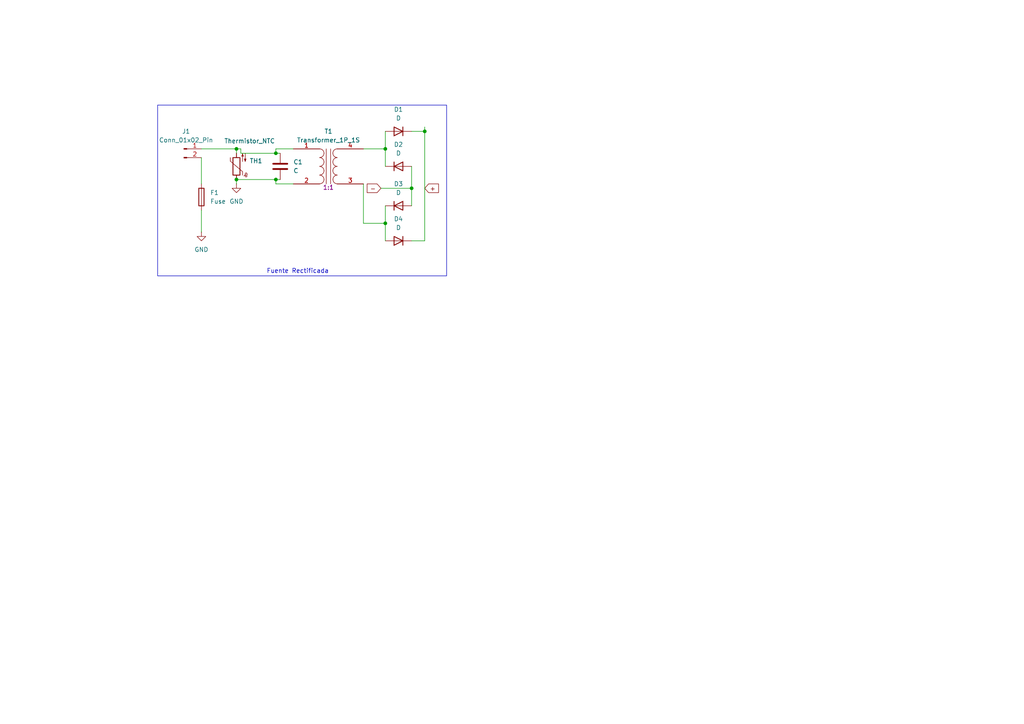
<source format=kicad_sch>
(kicad_sch (version 20231120) (generator "eeschema") (generator_version "8.0")
  (paper "A4")
  (lib_symbols
    (symbol "Connector:Conn_01x02_Pin" (pin_names (offset 1.016) hide)
      (property "Reference" "J" (at 0 2.54 0))
      (property "Value" "Conn_01x02_Pin" (at 0 -5.08 0))
      (symbol "Conn_01x02_Pin_1_1"
        (polyline (pts (xy 1.27 -2.54) (xy 0.8636 -2.54)) (stroke (width 0.1524)))
        (polyline (pts (xy 1.27 0) (xy 0.8636 0)) (stroke (width 0.1524)))
        (rectangle (start 0.8636 -2.413) (end 0 -2.667) (stroke (width 0.1524)) (fill (type outline)))
        (rectangle (start 0.8636 0.127) (end 0 -0.127) (stroke (width 0.1524)) (fill (type outline)))
        (pin passive line (at 5.08 0 180) (length 3.81) (name "Pin_1") (number "1"))
        (pin passive line (at 5.08 -2.54 180) (length 3.81) (name "Pin_2") (number "2"))
      )
    )
    (symbol "Device:C" (pin_numbers hide) (pin_names (offset 0.254))
      (property "Reference" "C" (at 0.635 2.54 0))
      (property "Value" "C" (at 0.635 -2.54 0))
      (symbol "C_0_1"
        (polyline (pts (xy -2.032 -0.762) (xy 2.032 -0.762)) (stroke (width 0.508)))
        (polyline (pts (xy -2.032 0.762) (xy 2.032 0.762)) (stroke (width 0.508)))
      )
      (symbol "C_1_1"
        (pin passive line (at 0 3.81 270) (length 2.794) (name "~") (number "1"))
        (pin passive line (at 0 -3.81 90) (length 2.794) (name "~") (number "2"))
      )
    )
    (symbol "Device:D" (pin_numbers hide) (pin_names (offset 1.016) hide)
      (property "Reference" "D" (at 0 2.54 0))
      (property "Value" "D" (at 0 -2.54 0))
      (symbol "D_0_1"
        (polyline (pts (xy -1.27 1.27) (xy -1.27 -1.27)) (stroke (width 0.254)))
        (polyline (pts (xy 1.27 0) (xy -1.27 0)))
        (polyline (pts (xy 1.27 1.27) (xy 1.27 -1.27) (xy -1.27 0) (xy 1.27 1.27)) (stroke (width 0.254)))
      )
      (symbol "D_1_1"
        (pin passive line (at -3.81 0 0) (length 2.54) (name "K") (number "1"))
        (pin passive line (at 3.81 0 180) (length 2.54) (name "A") (number "2"))
      )
    )
    (symbol "Device:Fuse" (pin_numbers hide) (pin_names (offset 0))
      (property "Reference" "F" (at 2.032 0 90))
      (property "Value" "Fuse" (at -1.905 0 90))
      (symbol "Fuse_0_1"
        (rectangle (start -0.762 -2.54) (end 0.762 2.54) (stroke (width 0.254)))
        (polyline (pts (xy 0 2.54) (xy 0 -2.54)))
      )
      (symbol "Fuse_1_1"
        (pin passive line (at 0 3.81 270) (length 1.27) (name "~") (number "1"))
        (pin passive line (at 0 -3.81 90) (length 1.27) (name "~") (number "2"))
      )
    )
    (symbol "Device:Thermistor_NTC" (pin_numbers hide) (pin_names (offset 0))
      (property "Reference" "TH" (at -4.445 0 90))
      (property "Value" "Thermistor_NTC" (at 3.175 0 90))
      (symbol "Thermistor_NTC_0_1"
        (arc (start -3.048 2.159) (mid -3.0495 2.3143) (end -3.175 2.413))
        (arc (start -3.048 2.159) (mid -2.9736 1.9794) (end -2.794 1.905))
        (arc (start -3.048 2.794) (mid -2.9736 2.6144) (end -2.794 2.54))
        (arc (start -2.794 1.905) (mid -2.6144 1.9794) (end -2.54 2.159))
        (arc (start -2.794 2.54) (mid -2.4393 2.5587) (end -2.159 2.794))
        (arc (start -2.794 3.048) (mid -2.9736 2.9736) (end -3.048 2.794))
        (arc (start -2.54 2.794) (mid -2.6144 2.9736) (end -2.794 3.048))
        (rectangle (start -1.016 2.54) (end 1.016 -2.54) (stroke (width 0.254)))
        (polyline (pts (xy -2.54 2.159) (xy -2.54 2.794)))
        (polyline (pts (xy -1.778 2.54) (xy -1.778 1.524) (xy 1.778 -1.524) (xy 1.778 -2.54)))
        (polyline (pts (xy -2.54 -3.683) (xy -2.54 -1.397) (xy -2.794 -2.159) (xy -2.286 -2.159) (xy -2.54 -1.397) (xy -2.54 -1.651)) (fill (type outline)))
        (polyline (pts (xy -1.778 -1.397) (xy -1.778 -3.683) (xy -2.032 -2.921) (xy -1.524 -2.921) (xy -1.778 -3.683) (xy -1.778 -3.429)) (fill (type outline)))
      )
      (symbol "Thermistor_NTC_1_1"
        (pin passive line (at 0 3.81 270) (length 1.27) (name "~") (number "1"))
        (pin passive line (at 0 -3.81 90) (length 1.27) (name "~") (number "2"))
      )
    )
    (symbol "Device:Transformer_1P_1S" (pin_names (offset 1.016) hide)
      (property "Reference" "T" (at 0 6.35 0))
      (property "Value" "Transformer_1P_1S" (at 0 -7.62 0))
      (symbol "Transformer_1P_1S_0_1"
        (arc (start -2.54 -5.0546) (mid -1.6599 -4.6901) (end -1.27 -3.81))
        (arc (start -2.54 -2.5146) (mid -1.6599 -2.1501) (end -1.27 -1.27))
        (arc (start -2.54 0.0254) (mid -1.6599 0.3899) (end -1.27 1.27))
        (arc (start -2.54 2.5654) (mid -1.6599 2.9299) (end -1.27 3.81))
        (arc (start -1.27 -3.81) (mid -1.642 -2.912) (end -2.54 -2.54))
        (arc (start -1.27 -1.27) (mid -1.642 -0.372) (end -2.54 0))
        (arc (start -1.27 1.27) (mid -1.642 2.168) (end -2.54 2.54))
        (arc (start -1.27 3.81) (mid -1.642 4.708) (end -2.54 5.08))
        (polyline (pts (xy -0.635 5.08) (xy -0.635 -5.08)))
        (polyline (pts (xy 0.635 -5.08) (xy 0.635 5.08)))
        (arc (start 1.2954 -1.27) (mid 1.6599 -2.1501) (end 2.54 -2.5146))
        (arc (start 1.2954 1.27) (mid 1.6599 0.3899) (end 2.54 0.0254))
        (arc (start 1.2954 3.81) (mid 1.6599 2.9299) (end 2.54 2.5654))
        (arc (start 1.3208 -3.81) (mid 1.6853 -4.6901) (end 2.5654 -5.0546))
        (arc (start 2.54 0) (mid 1.642 -0.372) (end 1.2954 -1.27))
        (arc (start 2.54 2.54) (mid 1.642 2.168) (end 1.2954 1.27))
        (arc (start 2.54 5.08) (mid 1.642 4.708) (end 1.2954 3.81))
        (arc (start 2.5654 -2.54) (mid 1.6674 -2.912) (end 1.3208 -3.81))
      )
      (symbol "Transformer_1P_1S_1_1"
        (pin passive line (at -10.16 5.08 0) (length 7.62) (name "AA") (number "1"))
        (pin passive line (at -10.16 -5.08 0) (length 7.62) (name "AB") (number "2"))
        (pin passive line (at 10.16 -5.08 180) (length 7.62) (name "SA") (number "3"))
        (pin passive line (at 10.16 5.08 180) (length 7.62) (name "SB") (number "4"))
      )
    )
    (symbol "power:GND" (power) (pin_numbers hide) (pin_names (offset 0) hide)
      (property "Value" "GND" (at 0 -3.81 0))
      (symbol "GND_0_1"
        (polyline (pts (xy 0 0) (xy 0 -1.27) (xy 1.27 -1.27) (xy 0 -2.54) (xy -1.27 -1.27) (xy 0 -1.27)))
      )
      (symbol "GND_1_1"
        (pin power_in line (at 0 0 270) (length 0) (name "~") (number "1"))
      )
    )
  )
  (junction (at 68.58 43.18))
  (junction (at 111.76 43.18))
  (junction (at 80.01 44.45))
  (junction (at 119.38 54.61))
  (junction (at 80.01 52.07))
  (junction (at 111.76 64.77))
  (junction (at 123.19 38.1))
  (junction (at 68.58 52.07))
  (wire (pts (xy 85.09 43.18) (xy 80.01 43.18)))
  (wire (pts (xy 111.76 48.26) (xy 111.76 43.18)))
  (wire (pts (xy 85.09 53.34) (xy 80.01 53.34)))
  (wire (pts (xy 123.19 38.1) (xy 119.38 38.1)))
  (wire (pts (xy 80.01 43.18) (xy 80.01 44.45)))
  (wire (pts (xy 119.38 48.26) (xy 119.38 54.61)))
  (wire (pts (xy 105.41 43.18) (xy 111.76 43.18)))
  (wire (pts (xy 69.85 44.45) (xy 69.85 43.18)))
  (wire (pts (xy 68.58 43.18) (xy 68.58 44.45)))
  (wire (pts (xy 58.42 43.18) (xy 68.58 43.18)))
  (wire (pts (xy 69.85 43.18) (xy 68.58 43.18)))
  (wire (pts (xy 58.42 45.72) (xy 58.42 53.34)))
  (wire (pts (xy 111.76 59.69) (xy 111.76 64.77)))
  (wire (pts (xy 119.38 54.61) (xy 119.38 59.69)))
  (wire (pts (xy 80.01 53.34) (xy 80.01 52.07)))
  (wire (pts (xy 68.58 52.07) (xy 80.01 52.07)))
  (wire (pts (xy 119.38 69.85) (xy 123.19 69.85)))
  (wire (pts (xy 80.01 52.07) (xy 81.28 52.07)))
  (wire (pts (xy 105.41 64.77) (xy 111.76 64.77)))
  (wire (pts (xy 69.85 44.45) (xy 80.01 44.45)))
  (wire (pts (xy 123.19 36.83) (xy 123.19 38.1)))
  (wire (pts (xy 110.49 54.61) (xy 119.38 54.61)))
  (wire (pts (xy 123.19 69.85) (xy 123.19 38.1)))
  (wire (pts (xy 68.58 52.07) (xy 68.58 53.34)))
  (wire (pts (xy 80.01 44.45) (xy 81.28 44.45)))
  (wire (pts (xy 58.42 60.96) (xy 58.42 67.31)))
  (wire (pts (xy 111.76 64.77) (xy 111.76 69.85)))
  (wire (pts (xy 111.76 43.18) (xy 111.76 38.1)))
  (wire (pts (xy 105.41 53.34) (xy 105.41 64.77)))
  (rectangle (start 45.72 30.48) (end 129.54 80.01))
  (text "Fuente Rectificada" (at 86.36 78.74 0) (effects (font (size 1.27 1.27))))
  (global_label "-" (shape input) (at 110.49 54.61 180) (property "Intersheetrefs" "${INTERSHEET_REFS}" (effects (hide yes))))
  (global_label "+" (shape input) (at 123.19 54.61 0) (property "Intersheetrefs" "${INTERSHEET_REFS}" (effects (hide yes))))
  (symbol (lib_id "Device:C") (at 81.28 48.26 0) (unit 1)
    (property "Reference" "C1" (at 85.09 46.9899 0) (effects (justify left)))
    (property "Value" "C" (at 85.09 49.5299 0) (effects (justify left)))
    (property "Description" "Unpolarized capacitor" (effects (hide yes)))
  )
  (symbol (lib_id "Device:Fuse") (at 58.42 57.15 0) (unit 1)
    (property "Reference" "F1" (at 60.96 55.8799 0) (effects (justify left)))
    (property "Value" "Fuse" (at 60.96 58.4199 0) (effects (justify left)))
    (property "Description" "Fuse" (effects (hide yes)))
  )
  (symbol (lib_id "Device:D") (at 115.57 69.85 180) (unit 1)
    (property "Reference" "D4" (at 115.57 63.5 0))
    (property "Value" "D" (at 115.57 66.04 0))
    (property "Description" "Diode" (effects (hide yes)))
    (property "Sim.Device" "D" (effects (hide yes)))
    (property "Sim.Pins" "1=K 2=A" (effects (hide yes)))
  )
  (symbol (lib_id "power:GND") (at 58.42 67.31 0) (unit 1)
    (property "Reference" "#PWR01" (effects (hide yes)))
    (property "Value" "GND" (at 58.42 72.39 0))
    (property "Description" "Power symbol creates a global label with name \"GND\" , ground" (effects (hide yes)))
  )
  (symbol (lib_id "Device:D") (at 115.57 38.1 180) (unit 1)
    (property "Reference" "D1" (at 115.57 31.75 0))
    (property "Value" "D" (at 115.57 34.29 0))
    (property "Description" "Diode" (effects (hide yes)))
    (property "Sim.Device" "D" (effects (hide yes)))
    (property "Sim.Pins" "1=K 2=A" (effects (hide yes)))
  )
  (symbol (lib_id "power:GND") (at 68.58 53.34 0) (unit 1)
    (property "Reference" "#PWR02" (effects (hide yes)))
    (property "Value" "GND" (at 68.58 58.42 0))
    (property "Description" "Power symbol creates a global label with name \"GND\" , ground" (effects (hide yes)))
  )
  (symbol (lib_id "Device:Thermistor_NTC") (at 68.58 48.26 180) (unit 1)
    (property "Reference" "TH1" (at 72.39 46.6724 0) (effects (justify right)))
    (property "Value" "Thermistor_NTC" (at 65.024 40.894 0) (effects (justify right)))
    (property "Description" "Temperature dependent resistor, negative temperature coefficient" (effects (hide yes)))
  )
  (symbol (lib_id "Device:Transformer_1P_1S") (at 95.25 48.26 0) (unit 1)
    (property "Reference" "T1" (at 95.2627 38.1 0))
    (property "Value" "Transformer_1P_1S" (at 95.2627 40.64 0))
    (property "Description" "Transformer, single primary, single secondary" (effects (hide yes)))
    (property "N" "1:1" (at 95.25 54.356 0))
  )
  (symbol (lib_id "Device:D") (at 115.57 48.26 0) (unit 1)
    (property "Reference" "D2" (at 115.57 41.91 0))
    (property "Value" "D" (at 115.57 44.45 0))
    (property "Description" "Diode" (effects (hide yes)))
    (property "Sim.Device" "D" (effects (hide yes)))
    (property "Sim.Pins" "1=K 2=A" (effects (hide yes)))
  )
  (symbol (lib_id "Device:D") (at 115.57 59.69 0) (unit 1)
    (property "Reference" "D3" (at 115.57 53.34 0))
    (property "Value" "D" (at 115.57 55.88 0))
    (property "Description" "Diode" (effects (hide yes)))
    (property "Sim.Device" "D" (effects (hide yes)))
    (property "Sim.Pins" "1=K 2=A" (effects (hide yes)))
  )
  (symbol (lib_id "Connector:Conn_01x02_Pin") (at 53.34 43.18 0) (unit 1)
    (property "Reference" "J1" (at 53.975 38.1 0))
    (property "Value" "Conn_01x02_Pin" (at 53.975 40.64 0))
    (property "Description" "Generic connector, single row, 01x02, script generated" (effects (hide yes)))
  )
)
</source>
